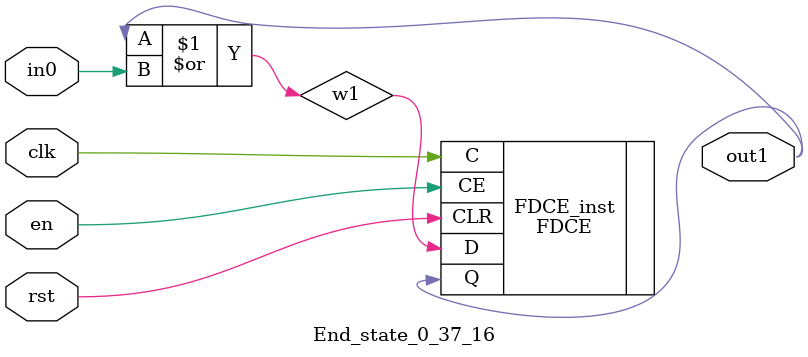
<source format=v>
module engine_0_37(out,clk,sod,en, in_97, in_98, in_99, in_13, in_20, in_33, in_46, in_51, in_71, in_75, in_82, in_83, in_91);
//pcre: /^PORT\x3D\d+\x2AVictim\x3D/
//block char: R[0], \x2A[8], V[0], \d[5], =[0], \x69[8], ^[9], T[0], c[0], t[0], P[0], O[0], m[0], 

	input clk,sod,en;

	input in_97, in_98, in_99, in_13, in_20, in_33, in_46, in_51, in_71, in_75, in_82, in_83, in_91;
	output out;

	assign w0 = 1'b1;
	state_0_37_1 BlockState_0_37_1 (w1,in_46,clk,en,sod,w0);
	state_0_37_2 BlockState_0_37_2 (w2,in_82,clk,en,sod,w1);
	state_0_37_3 BlockState_0_37_3 (w3,in_83,clk,en,sod,w2);
	state_0_37_4 BlockState_0_37_4 (w4,in_97,clk,en,sod,w3);
	state_0_37_5 BlockState_0_37_5 (w5,in_51,clk,en,sod,w4);
	state_0_37_6 BlockState_0_37_6 (w6,in_20,clk,en,sod,w5);
	state_0_37_7 BlockState_0_37_7 (w7,in_13,clk,en,sod,w7,w6);
	state_0_37_8 BlockState_0_37_8 (w8,in_98,clk,en,sod,w7);
	state_0_37_9 BlockState_0_37_9 (w9,in_99,clk,en,sod,w8);
	state_0_37_10 BlockState_0_37_10 (w10,in_33,clk,en,sod,w9);
	state_0_37_11 BlockState_0_37_11 (w11,in_71,clk,en,sod,w10);
	state_0_37_12 BlockState_0_37_12 (w12,in_75,clk,en,sod,w11);
	state_0_37_13 BlockState_0_37_13 (w13,in_33,clk,en,sod,w12);
	state_0_37_14 BlockState_0_37_14 (w14,in_91,clk,en,sod,w13);
	state_0_37_15 BlockState_0_37_15 (w15,in_20,clk,en,sod,w14);
	End_state_0_37_16 BlockState_0_37_16 (out,clk,en,sod,w15);
endmodule

module state_0_37_1(out1,in_char,clk,en,rst,in0);
	input in_char,clk,en,rst,in0;
	output out1;
	wire w1,w2;
	assign w1 = in0; 
	and(w2,in_char,w1);
	FDCE #(.INIT(1'b0)) FDCE_inst (
		.Q(out1),
		.C(clk),
		.CE(en),
		.CLR(rst),
		.D(w2)
);
endmodule

module state_0_37_2(out1,in_char,clk,en,rst,in0);
	input in_char,clk,en,rst,in0;
	output out1;
	wire w1,w2;
	assign w1 = in0; 
	and(w2,in_char,w1);
	FDCE #(.INIT(1'b0)) FDCE_inst (
		.Q(out1),
		.C(clk),
		.CE(en),
		.CLR(rst),
		.D(w2)
);
endmodule

module state_0_37_3(out1,in_char,clk,en,rst,in0);
	input in_char,clk,en,rst,in0;
	output out1;
	wire w1,w2;
	assign w1 = in0; 
	and(w2,in_char,w1);
	FDCE #(.INIT(1'b0)) FDCE_inst (
		.Q(out1),
		.C(clk),
		.CE(en),
		.CLR(rst),
		.D(w2)
);
endmodule

module state_0_37_4(out1,in_char,clk,en,rst,in0);
	input in_char,clk,en,rst,in0;
	output out1;
	wire w1,w2;
	assign w1 = in0; 
	and(w2,in_char,w1);
	FDCE #(.INIT(1'b0)) FDCE_inst (
		.Q(out1),
		.C(clk),
		.CE(en),
		.CLR(rst),
		.D(w2)
);
endmodule

module state_0_37_5(out1,in_char,clk,en,rst,in0);
	input in_char,clk,en,rst,in0;
	output out1;
	wire w1,w2;
	assign w1 = in0; 
	and(w2,in_char,w1);
	FDCE #(.INIT(1'b0)) FDCE_inst (
		.Q(out1),
		.C(clk),
		.CE(en),
		.CLR(rst),
		.D(w2)
);
endmodule

module state_0_37_6(out1,in_char,clk,en,rst,in0);
	input in_char,clk,en,rst,in0;
	output out1;
	wire w1,w2;
	assign w1 = in0; 
	and(w2,in_char,w1);
	FDCE #(.INIT(1'b0)) FDCE_inst (
		.Q(out1),
		.C(clk),
		.CE(en),
		.CLR(rst),
		.D(w2)
);
endmodule

module state_0_37_7(out1,in_char,clk,en,rst,in0,in1);
	input in_char,clk,en,rst,in0,in1;
	output out1;
	wire w1,w2;
	or(w1,in0,in1);
	and(w2,in_char,w1);
	FDCE #(.INIT(1'b0)) FDCE_inst (
		.Q(out1),
		.C(clk),
		.CE(en),
		.CLR(rst),
		.D(w2)
);
endmodule

module state_0_37_8(out1,in_char,clk,en,rst,in0);
	input in_char,clk,en,rst,in0;
	output out1;
	wire w1,w2;
	assign w1 = in0; 
	and(w2,in_char,w1);
	FDCE #(.INIT(1'b0)) FDCE_inst (
		.Q(out1),
		.C(clk),
		.CE(en),
		.CLR(rst),
		.D(w2)
);
endmodule

module state_0_37_9(out1,in_char,clk,en,rst,in0);
	input in_char,clk,en,rst,in0;
	output out1;
	wire w1,w2;
	assign w1 = in0; 
	and(w2,in_char,w1);
	FDCE #(.INIT(1'b0)) FDCE_inst (
		.Q(out1),
		.C(clk),
		.CE(en),
		.CLR(rst),
		.D(w2)
);
endmodule

module state_0_37_10(out1,in_char,clk,en,rst,in0);
	input in_char,clk,en,rst,in0;
	output out1;
	wire w1,w2;
	assign w1 = in0; 
	and(w2,in_char,w1);
	FDCE #(.INIT(1'b0)) FDCE_inst (
		.Q(out1),
		.C(clk),
		.CE(en),
		.CLR(rst),
		.D(w2)
);
endmodule

module state_0_37_11(out1,in_char,clk,en,rst,in0);
	input in_char,clk,en,rst,in0;
	output out1;
	wire w1,w2;
	assign w1 = in0; 
	and(w2,in_char,w1);
	FDCE #(.INIT(1'b0)) FDCE_inst (
		.Q(out1),
		.C(clk),
		.CE(en),
		.CLR(rst),
		.D(w2)
);
endmodule

module state_0_37_12(out1,in_char,clk,en,rst,in0);
	input in_char,clk,en,rst,in0;
	output out1;
	wire w1,w2;
	assign w1 = in0; 
	and(w2,in_char,w1);
	FDCE #(.INIT(1'b0)) FDCE_inst (
		.Q(out1),
		.C(clk),
		.CE(en),
		.CLR(rst),
		.D(w2)
);
endmodule

module state_0_37_13(out1,in_char,clk,en,rst,in0);
	input in_char,clk,en,rst,in0;
	output out1;
	wire w1,w2;
	assign w1 = in0; 
	and(w2,in_char,w1);
	FDCE #(.INIT(1'b0)) FDCE_inst (
		.Q(out1),
		.C(clk),
		.CE(en),
		.CLR(rst),
		.D(w2)
);
endmodule

module state_0_37_14(out1,in_char,clk,en,rst,in0);
	input in_char,clk,en,rst,in0;
	output out1;
	wire w1,w2;
	assign w1 = in0; 
	and(w2,in_char,w1);
	FDCE #(.INIT(1'b0)) FDCE_inst (
		.Q(out1),
		.C(clk),
		.CE(en),
		.CLR(rst),
		.D(w2)
);
endmodule

module state_0_37_15(out1,in_char,clk,en,rst,in0);
	input in_char,clk,en,rst,in0;
	output out1;
	wire w1,w2;
	assign w1 = in0; 
	and(w2,in_char,w1);
	FDCE #(.INIT(1'b0)) FDCE_inst (
		.Q(out1),
		.C(clk),
		.CE(en),
		.CLR(rst),
		.D(w2)
);
endmodule

module End_state_0_37_16(out1,clk,en,rst,in0);
	input clk,rst,en,in0;
	output out1;
	wire w1;
	or(w1,out1,in0);
	FDCE #(.INIT(1'b0)) FDCE_inst (
		.Q(out1),
		.C(clk),
		.CE(en),
		.CLR(rst),
		.D(w1)
);
endmodule


</source>
